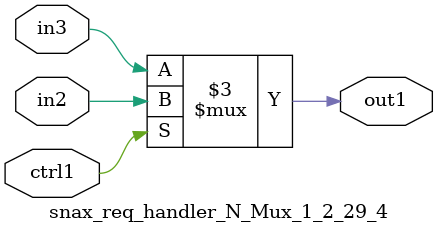
<source format=v>

`timescale 1ps / 1ps


module snax_req_handler_N_Mux_1_2_29_4( in3, in2, ctrl1, out1 );

    input in3;
    input in2;
    input ctrl1;
    output out1;
    reg out1;

    
    // rtl_process:snax_req_handler_N_Mux_1_2_29_4/snax_req_handler_N_Mux_1_2_29_4_thread_1
    always @*
      begin : snax_req_handler_N_Mux_1_2_29_4_thread_1
        case (ctrl1) 
          1'b1: 
            begin
              out1 = in2;
            end
          default: 
            begin
              out1 = in3;
            end
        endcase
      end

endmodule



</source>
